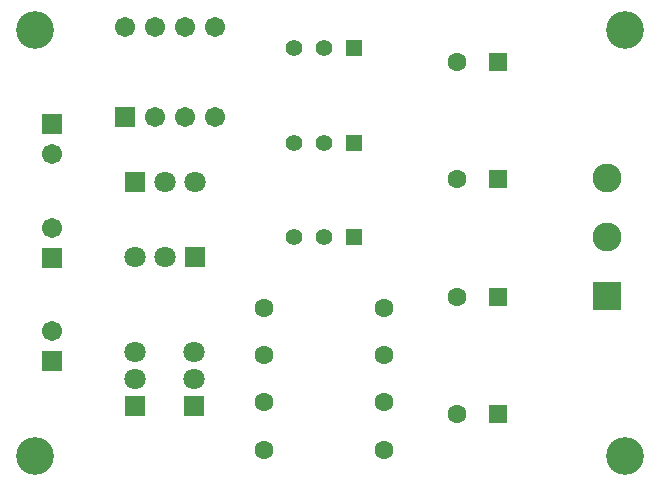
<source format=gts>
G04*
G04 #@! TF.GenerationSoftware,Altium Limited,Altium Designer,23.0.1 (38)*
G04*
G04 Layer_Color=8388736*
%FSLAX25Y25*%
%MOIN*%
G70*
G04*
G04 #@! TF.SameCoordinates,062A7089-F7A0-45CD-874A-4056981EB9F5*
G04*
G04*
G04 #@! TF.FilePolarity,Negative*
G04*
G01*
G75*
%ADD15C,0.12611*%
%ADD16R,0.06312X0.06312*%
%ADD17C,0.06312*%
%ADD18C,0.07099*%
%ADD19R,0.07099X0.07099*%
%ADD20C,0.06706*%
%ADD21R,0.06706X0.06706*%
%ADD22C,0.05595*%
%ADD23R,0.05595X0.05595*%
%ADD24R,0.07099X0.07099*%
%ADD25C,0.07099*%
%ADD26C,0.09658*%
%ADD27R,0.09658X0.09658*%
%ADD28R,0.07099X0.07099*%
D15*
X210630Y155512D02*
D03*
Y13780D02*
D03*
X13780D02*
D03*
Y155512D02*
D03*
D16*
X168207Y105853D02*
D03*
Y145000D02*
D03*
Y66706D02*
D03*
Y27559D02*
D03*
D17*
X154428Y105853D02*
D03*
X90136Y47244D02*
D03*
X130136D02*
D03*
X90136Y62992D02*
D03*
X130136D02*
D03*
Y15748D02*
D03*
X90136D02*
D03*
Y31496D02*
D03*
X130136D02*
D03*
X154428Y145000D02*
D03*
Y66706D02*
D03*
Y27559D02*
D03*
D18*
X47400Y80000D02*
D03*
X57400D02*
D03*
D19*
X67400D02*
D03*
D20*
X73955Y156732D02*
D03*
X63955D02*
D03*
X53955D02*
D03*
X43955D02*
D03*
X73955Y126732D02*
D03*
X63955D02*
D03*
X53955D02*
D03*
X19585Y114173D02*
D03*
Y89646D02*
D03*
Y55118D02*
D03*
D21*
X43955Y126732D02*
D03*
X19585Y124173D02*
D03*
Y79646D02*
D03*
Y45118D02*
D03*
D22*
X100136Y149606D02*
D03*
X110136D02*
D03*
X100136Y118110D02*
D03*
X110136D02*
D03*
X100136Y86614D02*
D03*
X110136D02*
D03*
D23*
X120136Y149606D02*
D03*
Y118110D02*
D03*
Y86614D02*
D03*
D24*
X47400Y105000D02*
D03*
D25*
X57400D02*
D03*
X67400D02*
D03*
X66829Y48386D02*
D03*
Y39370D02*
D03*
X47144Y48386D02*
D03*
Y39370D02*
D03*
D26*
X204624Y86614D02*
D03*
Y106299D02*
D03*
D27*
Y66929D02*
D03*
D28*
X66829Y30354D02*
D03*
X47144D02*
D03*
M02*

</source>
